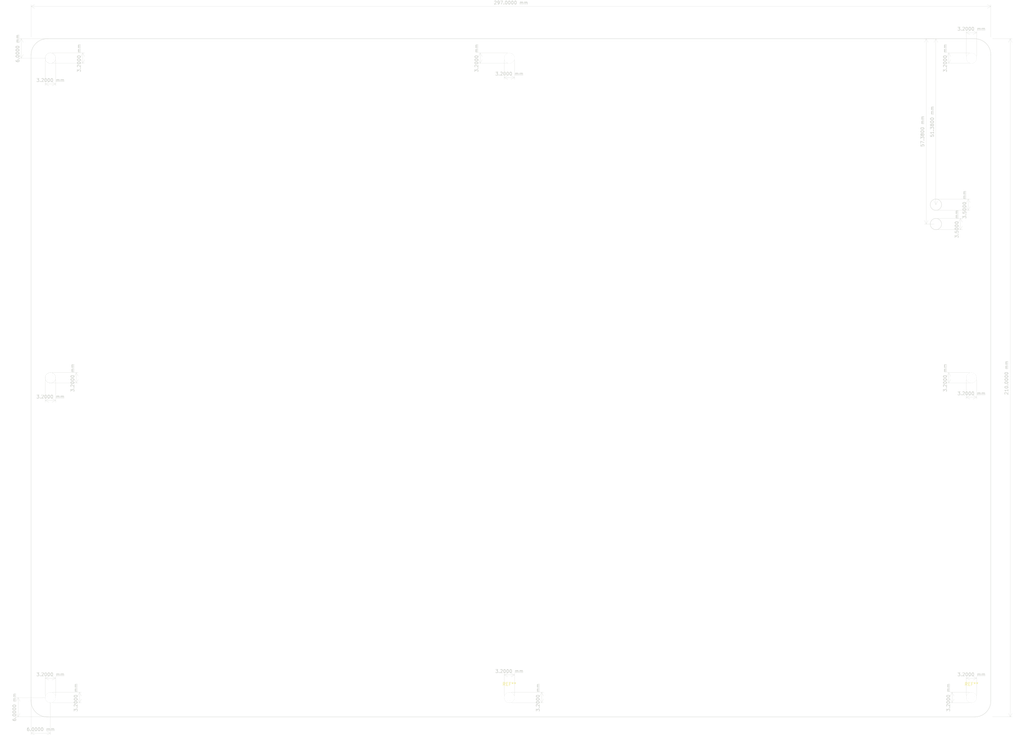
<source format=kicad_pcb>
(kicad_pcb (version 20241229) (generator "pcbnew") (generator_version "9.0")
  (layers (0 "F.Cu" signal) (2 "B.Cu" signal) (13 "F.Paste" user) (15 "B.Paste" user) (5 "F.SilkS" user "F.Silkscreen") (7 "B.SilkS" user "B.Silkscreen") (1 "F.Mask" user) (3 "B.Mask" user) (25 "Edge.Cuts" user))
  (net 0 "")
  (footprint "MountingHole:MountingHole_3.2mm_M3" (layer "F.Cu") (at 56 234)
    (property "Reference" "REF**" (hide yes))
    (property "Value" "MountingHole_3.2mm_M3")
    (pad "" np_thru_hole circle (at 0 0) (size 3.2 3.2) (drill 3.2) (layers "*.Cu" "*.Mask"))
  )
  (footprint "MountingHole:MountingHole_3.2mm_M3" (layer "F.Cu") (at 198 36)
    (property "Reference" "REF**" (hide yes))
    (property "Value" "MountingHole_3.2mm_M3")
    (pad "" np_thru_hole circle (at 0 0) (size 3.2 3.2) (drill 3.2) (layers "*.Cu" "*.Mask"))
  )
  (footprint "MountingHole:MountingHole_3.2mm_M3" (layer "F.Cu") (at 56 36)
    (property "Reference" "REF**" (hide yes))
    (property "Value" "MountingHole_3.2mm_M3")
    (pad "" np_thru_hole circle (at 0 0) (size 3.2 3.2) (drill 3.2) (layers "*.Cu" "*.Mask"))
  )
  (footprint "MountingHole:MountingHole_3.2mm_M3" (layer "F.Cu") (at 56 135)
    (property "Reference" "REF**" (hide yes))
    (property "Value" "MountingHole_3.2mm_M3")
    (pad "" np_thru_hole circle (at 0 0) (size 3.2 3.2) (drill 3.2) (layers "*.Cu" "*.Mask"))
  )
  (footprint "MountingHole:MountingHole_3.2mm_M3" (layer "F.Cu") (at 198 234)
    (property "Reference" "REF**" (at 0 -4.15 0) (layer "F.SilkS"))
    (property "Value" "MountingHole_3.2mm_M3")
    (pad "" np_thru_hole circle (at 0 0) (size 3.2 3.2) (drill 3.2) (layers "*.Cu" "*.Mask"))
  )
  (footprint "MountingHole:MountingHole_3.2mm_M3" (layer "F.Cu") (at 341 36)
    (property "Reference" "REF**" (hide yes))
    (property "Value" "MountingHole_3.2mm_M3")
    (pad "" np_thru_hole circle (at 0 0) (size 3.2 3.2) (drill 3.2) (layers "*.Cu" "*.Mask"))
  )
  (footprint "MountingHole:MountingHole_3.2mm_M3" (layer "F.Cu") (at 341 234)
    (property "Reference" "REF**" (at 0 -4.15 0) (layer "F.SilkS"))
    (property "Value" "MountingHole_3.2mm_M3")
    (pad "" np_thru_hole circle (at 0 0) (size 3.2 3.2) (drill 3.2) (layers "*.Cu" "*.Mask"))
  )
  (footprint "MountingHole:MountingHole_3.2mm_M3" (layer "F.Cu") (at 341 135)
    (property "Reference" "REF**" (hide yes))
    (property "Value" "MountingHole_3.2mm_M3")
    (pad "" np_thru_hole circle (at 0 0) (size 3.2 3.2) (drill 3.2) (layers "*.Cu" "*.Mask"))
  )
  (gr_line (start 342 30) (end 55 30) (stroke (width 0.1)) (layer "Edge.Cuts"))
  (gr_line (start 342 240) (end 55 240) (stroke (width 0.1)) (layer "Edge.Cuts"))
  (gr_line (start 347 235) (end 347 35) (stroke (width 0.1)) (layer "Edge.Cuts"))
  (gr_circle (center 56 135) (end 57.6 135) (stroke (width 0.1)) (fill no) (layer "Edge.Cuts"))
  (gr_arc (start 342 30) (mid 345.535534 31.464466) (end 347 35) (stroke (width 0.1)) (layer "Edge.Cuts"))
  (gr_arc (start 55 240) (mid 51.464466 238.535534) (end 50 235) (stroke (width 0.1)) (layer "Edge.Cuts"))
  (gr_arc (start 50 35) (mid 51.464466 31.464466) (end 55 30) (stroke (width 0.1)) (layer "Edge.Cuts"))
  (gr_line (start 50 235) (end 50 35) (stroke (width 0.1)) (layer "Edge.Cuts"))
  (gr_arc (start 347 235) (mid 345.535534 238.535534) (end 342 240) (stroke (width 0.1)) (layer "Edge.Cuts"))
  (gr_circle (center 341 36) (end 342.6 36) (stroke (width 0.05)) (fill no) (layer "Edge.Cuts"))
  (gr_circle (center 341 135) (end 342.6 135) (stroke (width 0.05)) (fill no) (layer "Edge.Cuts"))
  (gr_circle (center 56 234) (end 57.6 234) (stroke (width 0.05)) (fill no) (layer "Edge.Cuts"))
  (gr_circle (center 330 87.38) (end 331.75 87.38) (stroke (width 0.1)) (fill no) (layer "Edge.Cuts"))
  (gr_circle (center 56 36) (end 57.6 36) (stroke (width 0.1)) (fill no) (layer "Edge.Cuts"))
  (gr_circle (center 330 81.38) (end 331.75 81.38) (stroke (width 0.1)) (fill no) (layer "Edge.Cuts"))
  (gr_circle (center 341 234) (end 342.6 234) (stroke (width 0.05)) (fill no) (layer "Edge.Cuts"))
  (gr_circle (center 198 36) (end 199.6 36) (stroke (width 0.05)) (fill no) (layer "Edge.Cuts"))
  (gr_circle (center 198 234) (end 199.6 234) (stroke (width 0.05)) (fill no) (layer "Edge.Cuts"))
  (dimension (type orthogonal) (layer "Edge.Cuts") (pts (xy 56 34.4) (xy 56 37.6)) (height 10) (orientation 1) (format (prefix "") (suffix "") (units 3) (units_format 1) (precision 4)) (style (thickness 0.05) (arrow_length 1.27) (text_position_mode 0) (arrow_direction outward) (extension_height 0.58642) (extension_offset 0.5) (keep_text_aligned yes)) (gr_text "3.2000 mm" (at 64.85 36 90) (layer "Edge.Cuts") (effects (font (size 1 1) (thickness 0.15)))))
  (dimension (type orthogonal) (layer "Edge.Cuts") (pts (xy 54.4 36) (xy 57.6 36)) (height 8) (orientation 0) (format (prefix "") (suffix "") (units 3) (units_format 1) (precision 4)) (style (thickness 0.05) (arrow_length 1.27) (text_position_mode 0) (arrow_direction outward) (extension_height 0.58642) (extension_offset 0.5) (keep_text_aligned yes)) (gr_text "3.2000 mm" (at 56 42.85 0) (layer "Edge.Cuts") (effects (font (size 1 1) (thickness 0.15)))))
  (dimension (type orthogonal) (layer "Edge.Cuts") (pts (xy 347 30) (xy 347 240)) (height 6) (orientation 1) (format (prefix "") (suffix "") (units 3) (units_format 1) (precision 4)) (style (thickness 0.05) (arrow_length 1.27) (text_position_mode 0) (arrow_direction outward) (extension_height 0.58642) (extension_offset 0.5) (keep_text_aligned yes)) (gr_text "210.0000 mm" (at 351.85 135 90) (layer "Edge.Cuts") (effects (font (size 1 1) (thickness 0.15)))))
  (dimension (type orthogonal) (layer "Edge.Cuts") (pts (xy 56 234) (xy 50 234)) (height 11) (orientation 0) (format (prefix "") (suffix "") (units 3) (units_format 1) (precision 4)) (style (thickness 0.05) (arrow_length 1.27) (text_position_mode 0) (arrow_direction outward) (extension_height 0.58642) (extension_offset 0.5) (keep_text_aligned yes)) (gr_text "6.0000 mm" (at 53 243.85 0) (layer "Edge.Cuts") (effects (font (size 1 1) (thickness 0.15)))))
  (dimension (type orthogonal) (layer "Edge.Cuts") (pts (xy 341 232.4) (xy 341 235.6)) (height -6) (orientation 1) (format (prefix "") (suffix "") (units 3) (units_format 1) (precision 4)) (style (thickness 0.05) (arrow_length 1.27) (text_position_mode 0) (arrow_direction outward) (extension_height 0.58642) (extension_offset 0.5) (keep_text_aligned yes)) (gr_text "3.2000 mm" (at 333.85 234 90) (layer "Edge.Cuts") (effects (font (size 1 1) (thickness 0.15)))))
  (dimension (type orthogonal) (layer "Edge.Cuts") (pts (xy 196.4 234) (xy 199.6 234)) (height -7) (orientation 0) (format (prefix "") (suffix "") (units 3) (units_format 1) (precision 4)) (style (thickness 0.05) (arrow_length 1.27) (text_position_mode 0) (arrow_direction outward) (extension_height 0.58642) (extension_offset 0.5) (keep_text_aligned yes)) (gr_text "3.2000 mm" (at 198 225.85 0) (layer "Edge.Cuts") (effects (font (size 1 1) (thickness 0.15)))))
  (dimension (type orthogonal) (layer "Edge.Cuts") (pts (xy 56 136.6) (xy 56 133.4)) (height 8) (orientation 1) (format (prefix "") (suffix "") (units 3) (units_format 1) (precision 4)) (style (thickness 0.05) (arrow_length 1.27) (text_position_mode 0) (arrow_direction outward) (extension_height 0.58642) (extension_offset 0.5) (keep_text_aligned yes)) (gr_text "3.2000 mm" (at 62.85 135 90) (layer "Edge.Cuts") (effects (font (size 1 1) (thickness 0.15)))))
  (dimension (type orthogonal) (layer "Edge.Cuts") (pts (xy 330 87.38) (xy 330 30)) (height -3) (orientation 1) (format (prefix "") (suffix "") (units 3) (units_format 1) (precision 4)) (style (thickness 0.05) (arrow_length 1.27) (text_position_mode 0) (arrow_direction outward) (extension_height 0.58642) (extension_offset 0.5) (keep_text_aligned yes)) (gr_text "57.3800 mm" (at 325.85 58.69 90) (layer "Edge.Cuts") (effects (font (size 1 1) (thickness 0.15)))))
  (dimension (type orthogonal) (layer "Edge.Cuts") (pts (xy 198 34.4) (xy 198 37.6)) (height -9) (orientation 1) (format (prefix "") (suffix "") (units 3) (units_format 1) (precision 4)) (style (thickness 0.05) (arrow_length 1.27) (text_position_mode 0) (arrow_direction outward) (extension_height 0.58642) (extension_offset 0.5) (keep_text_aligned yes)) (gr_text "3.2000 mm" (at 187.85 36 90) (layer "Edge.Cuts") (effects (font (size 1 1) (thickness 0.15)))))
  (dimension (type orthogonal) (layer "Edge.Cuts") (pts (xy 56 232.4) (xy 56 235.6)) (height 9) (orientation 1) (format (prefix "") (suffix "") (units 3) (units_format 1) (precision 4)) (style (thickness 0.05) (arrow_length 1.27) (text_position_mode 0) (arrow_direction outward) (extension_height 0.58642) (extension_offset 0.5) (keep_text_aligned yes)) (gr_text "3.2000 mm" (at 63.85 234 90) (layer "Edge.Cuts") (effects (font (size 1 1) (thickness 0.15)))))
  (dimension (type orthogonal) (layer "Edge.Cuts") (pts (xy 56 36) (xy 56 30)) (height -9) (orientation 1) (format (prefix "") (suffix "") (units 3) (units_format 1) (precision 4)) (style (thickness 0.05) (arrow_length 1.27) (text_position_mode 0) (arrow_direction outward) (extension_height 0.58642) (extension_offset 0.5) (keep_text_aligned yes)) (gr_text "6.0000 mm" (at 45.85 33 90) (layer "Edge.Cuts") (effects (font (size 1 1) (thickness 0.15)))))
  (dimension (type orthogonal) (layer "Edge.Cuts") (pts (xy 339.4 36) (xy 342.6 36)) (height -7.9) (orientation 0) (format (prefix "") (suffix "") (units 3) (units_format 1) (precision 4)) (style (thickness 0.05) (arrow_length 1.27) (text_position_mode 0) (arrow_direction outward) (extension_height 0.58642) (extension_offset 0.5) (keep_text_aligned yes)) (gr_text "3.2000 mm" (at 341 26.95 0) (layer "Edge.Cuts") (effects (font (size 1 1) (thickness 0.15)))))
  (dimension (type orthogonal) (layer "Edge.Cuts") (pts (xy 50 30) (xy 347 30.001042)) (height -10) (orientation 0) (format (prefix "") (suffix "") (units 3) (units_format 1) (precision 4)) (style (thickness 0.05) (arrow_length 1.27) (text_position_mode 0) (arrow_direction outward) (extension_height 0.58642) (extension_offset 0.5) (keep_text_aligned yes)) (gr_text "297.0000 mm" (at 198.5 18.85 0) (layer "Edge.Cuts") (effects (font (size 1 1) (thickness 0.15)))))
  (dimension (type orthogonal) (layer "Edge.Cuts") (pts (xy 339.4 135) (xy 342.6 135)) (height 6) (orientation 0) (format (prefix "") (suffix "") (units 3) (units_format 1) (precision 4)) (style (thickness 0.05) (arrow_length 1.27) (text_position_mode 0) (arrow_direction outward) (extension_height 0.58642) (extension_offset 0.5) (keep_text_aligned yes)) (gr_text "3.2000 mm" (at 341 139.85 0) (layer "Edge.Cuts") (effects (font (size 1 1) (thickness 0.15)))))
  (dimension (type orthogonal) (layer "Edge.Cuts") (pts (xy 196.4 36) (xy 199.6 36)) (height 6) (orientation 0) (format (prefix "") (suffix "") (units 3) (units_format 1) (precision 4)) (style (thickness 0.05) (arrow_length 1.27) (text_position_mode 0) (arrow_direction outward) (extension_height 0.58642) (extension_offset 0.5) (keep_text_aligned yes)) (gr_text "3.2000 mm" (at 198 40.85 0) (layer "Edge.Cuts") (effects (font (size 1 1) (thickness 0.15)))))
  (dimension (type orthogonal) (layer "Edge.Cuts") (pts (xy 56 234) (xy 56 240)) (height -10) (orientation 1) (format (prefix "") (suffix "") (units 3) (units_format 1) (precision 4)) (style (thickness 0.05) (arrow_length 1.27) (text_position_mode 0) (arrow_direction outward) (extension_height 0.58642) (extension_offset 0.5) (keep_text_aligned yes)) (gr_text "6.0000 mm" (at 44.85 237 90) (layer "Edge.Cuts") (effects (font (size 1 1) (thickness 0.15)))))
  (dimension (type orthogonal) (layer "Edge.Cuts") (pts (xy 54.4 135) (xy 57.6 135)) (height 7) (orientation 0) (format (prefix "") (suffix "") (units 3) (units_format 1) (precision 4)) (style (thickness 0.05) (arrow_length 1.27) (text_position_mode 0) (arrow_direction outward) (extension_height 0.58642) (extension_offset 0.5) (keep_text_aligned yes)) (gr_text "3.2000 mm" (at 56 140.85 0) (layer "Edge.Cuts") (effects (font (size 1 1) (thickness 0.15)))))
  (dimension (type orthogonal) (layer "Edge.Cuts") (pts (xy 54.4 234) (xy 57.6 234)) (height -6) (orientation 0) (format (prefix "") (suffix "") (units 3) (units_format 1) (precision 4)) (style (thickness 0.05) (arrow_length 1.27) (text_position_mode 0) (arrow_direction outward) (extension_height 0.58642) (extension_offset 0.5) (keep_text_aligned yes)) (gr_text "3.2000 mm" (at 56 226.85 0) (layer "Edge.Cuts") (effects (font (size 1 1) (thickness 0.15)))))
  (dimension (type orthogonal) (layer "Edge.Cuts") (pts (xy 330 85.63) (xy 330 89.13)) (height 7.6) (orientation 1) (format (prefix "") (suffix "") (units 3) (units_format 1) (precision 4)) (style (thickness 0.05) (arrow_length 1.27) (text_position_mode 0) (arrow_direction outward) (extension_height 0.58642) (extension_offset 0.5) (keep_text_aligned yes)) (gr_text "3.5000 mm" (at 336.45 87.38 90) (layer "Edge.Cuts") (effects (font (size 1 1) (thickness 0.15)))))
  (dimension (type orthogonal) (layer "Edge.Cuts") (pts (xy 330 81.38) (xy 330 30)) (height 0) (orientation 1) (format (prefix "") (suffix "") (units 3) (units_format 1) (precision 4)) (style (thickness 0.05) (arrow_length 1.27) (text_position_mode 0) (arrow_direction outward) (extension_height 0.58642) (extension_offset 0.5) (keep_text_aligned yes)) (gr_text "51.3800 mm" (at 328.85 55.69 90) (layer "Edge.Cuts") (effects (font (size 1 1) (thickness 0.15)))))
  (dimension (type orthogonal) (layer "Edge.Cuts") (pts (xy 339.4 234) (xy 342.6 234)) (height -6) (orientation 0) (format (prefix "") (suffix "") (units 3) (units_format 1) (precision 4)) (style (thickness 0.05) (arrow_length 1.27) (text_position_mode 0) (arrow_direction outward) (extension_height 0.58642) (extension_offset 0.5) (keep_text_aligned yes)) (gr_text "3.2000 mm" (at 341 226.85 0) (layer "Edge.Cuts") (effects (font (size 1 1) (thickness 0.15)))))
  (dimension (type orthogonal) (layer "Edge.Cuts") (pts (xy 330 79.63) (xy 330 83.13)) (height 10) (orientation 1) (format (prefix "") (suffix "") (units 3) (units_format 1) (precision 4)) (style (thickness 0.05) (arrow_length 1.27) (text_position_mode 0) (arrow_direction outward) (extension_height 0.58642) (extension_offset 0.5) (keep_text_aligned yes)) (gr_text "3.5000 mm" (at 338.85 81.38 90) (layer "Edge.Cuts") (effects (font (size 1 1) (thickness 0.15)))))
  (dimension (type orthogonal) (layer "Edge.Cuts") (pts (xy 198 232.4) (xy 198 235.6)) (height 10) (orientation 1) (format (prefix "") (suffix "") (units 3) (units_format 1) (precision 4)) (style (thickness 0.05) (arrow_length 1.27) (text_position_mode 0) (arrow_direction outward) (extension_height 0.58642) (extension_offset 0.5) (keep_text_aligned yes)) (gr_text "3.2000 mm" (at 206.85 234 90) (layer "Edge.Cuts") (effects (font (size 1 1) (thickness 0.15)))))
  (dimension (type orthogonal) (layer "Edge.Cuts") (pts (xy 341 34.4) (xy 341 37.6)) (height -7) (orientation 1) (format (prefix "") (suffix "") (units 3) (units_format 1) (precision 4)) (style (thickness 0.05) (arrow_length 1.27) (text_position_mode 0) (arrow_direction outward) (extension_height 0.58642) (extension_offset 0.5) (keep_text_aligned yes)) (gr_text "3.2000 mm" (at 332.85 36 90) (layer "Edge.Cuts") (effects (font (size 1 1) (thickness 0.15)))))
  (dimension (type orthogonal) (layer "Edge.Cuts") (pts (xy 341 133.4) (xy 341 136.6)) (height -7) (orientation 1) (format (prefix "") (suffix "") (units 3) (units_format 1) (precision 4)) (style (thickness 0.05) (arrow_length 1.27) (text_position_mode 0) (arrow_direction outward) (extension_height 0.58642) (extension_offset 0.5) (keep_text_aligned yes)) (gr_text "3.2000 mm" (at 332.85 135 90) (layer "Edge.Cuts") (effects (font (size 1 1) (thickness 0.15)))))
)
</source>
